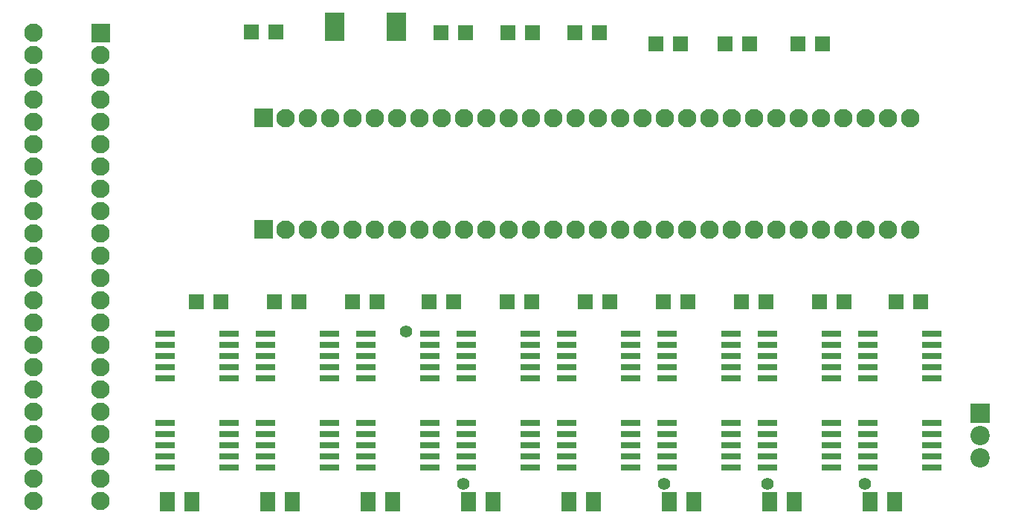
<source format=gbr>
%FSLAX34Y34*%
%MOMM*%
%LNSOLDERMASK_TOP*%
G71*
G01*
%ADD10R,2.200X0.800*%
%ADD11R,1.800X1.800*%
%ADD12R,1.800X2.200*%
%ADD13R,2.180X3.220*%
%ADD14C,2.200*%
%ADD15C,1.400*%
%ADD16C,2.100*%
%LPD*%
X250594Y221456D02*
G54D10*
D03*
X250594Y234156D02*
G54D10*
D03*
X250594Y246856D02*
G54D10*
D03*
X250594Y259556D02*
G54D10*
D03*
X250594Y272256D02*
G54D10*
D03*
X250594Y323056D02*
G54D10*
D03*
X250594Y335756D02*
G54D10*
D03*
X250594Y348456D02*
G54D10*
D03*
X250594Y361156D02*
G54D10*
D03*
X250594Y373856D02*
G54D10*
D03*
X178594Y373856D02*
G54D10*
D03*
X178594Y361156D02*
G54D10*
D03*
X178594Y348456D02*
G54D10*
D03*
X178594Y335756D02*
G54D10*
D03*
X178594Y323056D02*
G54D10*
D03*
X178594Y272256D02*
G54D10*
D03*
X178594Y259556D02*
G54D10*
D03*
X178594Y246856D02*
G54D10*
D03*
X178594Y234156D02*
G54D10*
D03*
X178594Y221456D02*
G54D10*
D03*
X364894Y221456D02*
G54D10*
D03*
X364894Y234156D02*
G54D10*
D03*
X364894Y246856D02*
G54D10*
D03*
X364894Y259556D02*
G54D10*
D03*
X364894Y272256D02*
G54D10*
D03*
X364894Y323056D02*
G54D10*
D03*
X364894Y335756D02*
G54D10*
D03*
X364894Y348456D02*
G54D10*
D03*
X364894Y361156D02*
G54D10*
D03*
X364894Y373856D02*
G54D10*
D03*
X292894Y373856D02*
G54D10*
D03*
X292894Y361156D02*
G54D10*
D03*
X292894Y348456D02*
G54D10*
D03*
X292894Y335756D02*
G54D10*
D03*
X292894Y323056D02*
G54D10*
D03*
X292894Y272256D02*
G54D10*
D03*
X292894Y259556D02*
G54D10*
D03*
X292894Y246856D02*
G54D10*
D03*
X292894Y234156D02*
G54D10*
D03*
X292894Y221456D02*
G54D10*
D03*
X479194Y221456D02*
G54D10*
D03*
X479194Y234156D02*
G54D10*
D03*
X479194Y246856D02*
G54D10*
D03*
X479194Y259556D02*
G54D10*
D03*
X479194Y272256D02*
G54D10*
D03*
X479194Y323056D02*
G54D10*
D03*
X479194Y335756D02*
G54D10*
D03*
X479194Y348456D02*
G54D10*
D03*
X479194Y361156D02*
G54D10*
D03*
X479194Y373856D02*
G54D10*
D03*
X407194Y373856D02*
G54D10*
D03*
X407194Y361156D02*
G54D10*
D03*
X407194Y348456D02*
G54D10*
D03*
X407194Y335756D02*
G54D10*
D03*
X407194Y323056D02*
G54D10*
D03*
X407194Y272256D02*
G54D10*
D03*
X407194Y259556D02*
G54D10*
D03*
X407194Y246856D02*
G54D10*
D03*
X407194Y234156D02*
G54D10*
D03*
X407194Y221456D02*
G54D10*
D03*
X593494Y221456D02*
G54D10*
D03*
X593494Y234156D02*
G54D10*
D03*
X593494Y246856D02*
G54D10*
D03*
X593494Y259556D02*
G54D10*
D03*
X593494Y272256D02*
G54D10*
D03*
X593494Y323056D02*
G54D10*
D03*
X593494Y335756D02*
G54D10*
D03*
X593494Y348456D02*
G54D10*
D03*
X593494Y361156D02*
G54D10*
D03*
X593494Y373856D02*
G54D10*
D03*
X521494Y373856D02*
G54D10*
D03*
X521494Y361156D02*
G54D10*
D03*
X521494Y348456D02*
G54D10*
D03*
X521494Y335756D02*
G54D10*
D03*
X521494Y323056D02*
G54D10*
D03*
X521494Y272256D02*
G54D10*
D03*
X521494Y259556D02*
G54D10*
D03*
X521494Y246856D02*
G54D10*
D03*
X521494Y234156D02*
G54D10*
D03*
X521494Y221456D02*
G54D10*
D03*
X707794Y221456D02*
G54D10*
D03*
X707794Y234156D02*
G54D10*
D03*
X707794Y246856D02*
G54D10*
D03*
X707794Y259556D02*
G54D10*
D03*
X707794Y272256D02*
G54D10*
D03*
X707794Y323056D02*
G54D10*
D03*
X707794Y335756D02*
G54D10*
D03*
X707794Y348456D02*
G54D10*
D03*
X707794Y361156D02*
G54D10*
D03*
X707794Y373856D02*
G54D10*
D03*
X635794Y373856D02*
G54D10*
D03*
X635794Y361156D02*
G54D10*
D03*
X635794Y348456D02*
G54D10*
D03*
X635794Y335756D02*
G54D10*
D03*
X635794Y323056D02*
G54D10*
D03*
X635794Y272256D02*
G54D10*
D03*
X635794Y259556D02*
G54D10*
D03*
X635794Y246856D02*
G54D10*
D03*
X635794Y234156D02*
G54D10*
D03*
X635794Y221456D02*
G54D10*
D03*
X822094Y221456D02*
G54D10*
D03*
X822094Y234156D02*
G54D10*
D03*
X822094Y246856D02*
G54D10*
D03*
X822094Y259556D02*
G54D10*
D03*
X822094Y272256D02*
G54D10*
D03*
X822094Y323056D02*
G54D10*
D03*
X822094Y335756D02*
G54D10*
D03*
X822094Y348456D02*
G54D10*
D03*
X822094Y361156D02*
G54D10*
D03*
X822094Y373856D02*
G54D10*
D03*
X750094Y373856D02*
G54D10*
D03*
X750094Y361156D02*
G54D10*
D03*
X750094Y348456D02*
G54D10*
D03*
X750094Y335756D02*
G54D10*
D03*
X750094Y323056D02*
G54D10*
D03*
X750094Y272256D02*
G54D10*
D03*
X750094Y259556D02*
G54D10*
D03*
X750094Y246856D02*
G54D10*
D03*
X750094Y234156D02*
G54D10*
D03*
X750094Y221456D02*
G54D10*
D03*
X936394Y221456D02*
G54D10*
D03*
X936394Y234156D02*
G54D10*
D03*
X936394Y246856D02*
G54D10*
D03*
X936394Y259556D02*
G54D10*
D03*
X936394Y272256D02*
G54D10*
D03*
X936394Y323056D02*
G54D10*
D03*
X936394Y335756D02*
G54D10*
D03*
X936394Y348456D02*
G54D10*
D03*
X936394Y361156D02*
G54D10*
D03*
X936394Y373856D02*
G54D10*
D03*
X864394Y373856D02*
G54D10*
D03*
X864394Y361156D02*
G54D10*
D03*
X864394Y348456D02*
G54D10*
D03*
X864394Y335756D02*
G54D10*
D03*
X864394Y323056D02*
G54D10*
D03*
X864394Y272256D02*
G54D10*
D03*
X864394Y259556D02*
G54D10*
D03*
X864394Y246856D02*
G54D10*
D03*
X864394Y234156D02*
G54D10*
D03*
X864394Y221456D02*
G54D10*
D03*
X1050694Y221456D02*
G54D10*
D03*
X1050694Y234156D02*
G54D10*
D03*
X1050694Y246856D02*
G54D10*
D03*
X1050694Y259556D02*
G54D10*
D03*
X1050694Y272256D02*
G54D10*
D03*
X1050694Y323056D02*
G54D10*
D03*
X1050694Y335756D02*
G54D10*
D03*
X1050694Y348456D02*
G54D10*
D03*
X1050694Y361156D02*
G54D10*
D03*
X1050694Y373856D02*
G54D10*
D03*
X978694Y373856D02*
G54D10*
D03*
X978694Y361156D02*
G54D10*
D03*
X978694Y348456D02*
G54D10*
D03*
X978694Y335756D02*
G54D10*
D03*
X978694Y323056D02*
G54D10*
D03*
X978694Y272256D02*
G54D10*
D03*
X978694Y259556D02*
G54D10*
D03*
X978694Y246856D02*
G54D10*
D03*
X978694Y234156D02*
G54D10*
D03*
X978694Y221456D02*
G54D10*
D03*
X276225Y717550D02*
G54D11*
D03*
X304225Y717550D02*
G54D11*
D03*
X492125Y716756D02*
G54D11*
D03*
X520125Y716756D02*
G54D11*
D03*
X568325Y716756D02*
G54D11*
D03*
X596325Y716756D02*
G54D11*
D03*
X644525Y716756D02*
G54D11*
D03*
X672525Y716756D02*
G54D11*
D03*
X736600Y704056D02*
G54D11*
D03*
X764600Y704056D02*
G54D11*
D03*
X815975Y704056D02*
G54D11*
D03*
X843975Y704056D02*
G54D11*
D03*
X898525Y704056D02*
G54D11*
D03*
X926525Y704056D02*
G54D11*
D03*
X213519Y410369D02*
G54D11*
D03*
X241519Y410369D02*
G54D11*
D03*
X302419Y410369D02*
G54D11*
D03*
X330419Y410369D02*
G54D11*
D03*
X391319Y410369D02*
G54D11*
D03*
X419319Y410369D02*
G54D11*
D03*
X567531Y410369D02*
G54D11*
D03*
X595531Y410369D02*
G54D11*
D03*
X656431Y410369D02*
G54D11*
D03*
X684431Y410369D02*
G54D11*
D03*
X745331Y410369D02*
G54D11*
D03*
X773331Y410369D02*
G54D11*
D03*
X834231Y410369D02*
G54D11*
D03*
X862231Y410369D02*
G54D11*
D03*
X923131Y410369D02*
G54D11*
D03*
X951131Y410369D02*
G54D11*
D03*
X1010444Y410369D02*
G54D11*
D03*
X1038444Y410369D02*
G54D11*
D03*
X478631Y410369D02*
G54D11*
D03*
X506631Y410369D02*
G54D11*
D03*
X180975Y182562D02*
G54D12*
D03*
X208975Y182562D02*
G54D12*
D03*
X295275Y182562D02*
G54D12*
D03*
X323275Y182562D02*
G54D12*
D03*
X409575Y182562D02*
G54D12*
D03*
X437575Y182562D02*
G54D12*
D03*
X523875Y182562D02*
G54D12*
D03*
X551875Y182562D02*
G54D12*
D03*
X638175Y182562D02*
G54D12*
D03*
X666175Y182562D02*
G54D12*
D03*
X752475Y182562D02*
G54D12*
D03*
X780475Y182562D02*
G54D12*
D03*
X866775Y182562D02*
G54D12*
D03*
X894775Y182562D02*
G54D12*
D03*
X981075Y182562D02*
G54D12*
D03*
X1009075Y182562D02*
G54D12*
D03*
X371475Y723900D02*
G54D13*
D03*
X441575Y723900D02*
G54D13*
D03*
G36*
X1095488Y294369D02*
X1117488Y294369D01*
X1117488Y272369D01*
X1095488Y272369D01*
X1095488Y294369D01*
G37*
X1106488Y257969D02*
G54D14*
D03*
X1106488Y232569D02*
G54D14*
D03*
X452438Y376237D02*
G54D15*
D03*
X974725Y203200D02*
G54D15*
D03*
X863600Y203200D02*
G54D15*
D03*
X746125Y203200D02*
G54D15*
D03*
X517525Y203200D02*
G54D15*
D03*
G36*
X279668Y503503D02*
X300668Y503503D01*
X300668Y482503D01*
X279668Y482503D01*
X279668Y503503D01*
G37*
X315568Y493003D02*
G54D16*
D03*
X340968Y493003D02*
G54D16*
D03*
X366368Y493003D02*
G54D16*
D03*
X391768Y493003D02*
G54D16*
D03*
X417168Y493003D02*
G54D16*
D03*
X442568Y493003D02*
G54D16*
D03*
X467968Y493003D02*
G54D16*
D03*
X493368Y493003D02*
G54D16*
D03*
X518768Y493003D02*
G54D16*
D03*
X544168Y493003D02*
G54D16*
D03*
X569568Y493003D02*
G54D16*
D03*
X594968Y493003D02*
G54D16*
D03*
X620368Y493003D02*
G54D16*
D03*
X645768Y493003D02*
G54D16*
D03*
X671168Y493003D02*
G54D16*
D03*
X696568Y493003D02*
G54D16*
D03*
X721968Y493003D02*
G54D16*
D03*
X747368Y493003D02*
G54D16*
D03*
X772768Y493003D02*
G54D16*
D03*
X798168Y493003D02*
G54D16*
D03*
X823568Y493003D02*
G54D16*
D03*
X848968Y493003D02*
G54D16*
D03*
X874368Y493003D02*
G54D16*
D03*
X899768Y493003D02*
G54D16*
D03*
X925168Y493003D02*
G54D16*
D03*
X950568Y493003D02*
G54D16*
D03*
X975968Y493003D02*
G54D16*
D03*
X1001368Y493003D02*
G54D16*
D03*
X1026767Y493003D02*
G54D16*
D03*
G36*
X279668Y630503D02*
X300668Y630503D01*
X300668Y609503D01*
X279668Y609503D01*
X279668Y630503D01*
G37*
X315568Y620003D02*
G54D16*
D03*
X340968Y620003D02*
G54D16*
D03*
X366368Y620003D02*
G54D16*
D03*
X391768Y620003D02*
G54D16*
D03*
X417168Y620003D02*
G54D16*
D03*
X442568Y620003D02*
G54D16*
D03*
X467968Y620003D02*
G54D16*
D03*
X493368Y620003D02*
G54D16*
D03*
X518768Y620003D02*
G54D16*
D03*
X544168Y620003D02*
G54D16*
D03*
X569568Y620003D02*
G54D16*
D03*
X594968Y620003D02*
G54D16*
D03*
X620368Y620003D02*
G54D16*
D03*
X645768Y620003D02*
G54D16*
D03*
X671168Y620003D02*
G54D16*
D03*
X696568Y620003D02*
G54D16*
D03*
X721968Y620003D02*
G54D16*
D03*
X747368Y620003D02*
G54D16*
D03*
X772768Y620003D02*
G54D16*
D03*
X798168Y620003D02*
G54D16*
D03*
X823567Y620003D02*
G54D16*
D03*
X848968Y620003D02*
G54D16*
D03*
X874368Y620003D02*
G54D16*
D03*
X899768Y620003D02*
G54D16*
D03*
X925168Y620003D02*
G54D16*
D03*
X950568Y620003D02*
G54D16*
D03*
X975968Y620003D02*
G54D16*
D03*
X1001368Y620003D02*
G54D16*
D03*
X1026767Y620003D02*
G54D16*
D03*
G36*
X115209Y727256D02*
X115209Y706256D01*
X94209Y706256D01*
X94209Y727256D01*
X115209Y727256D01*
G37*
X28510Y716756D02*
G54D16*
D03*
X104709Y691356D02*
G54D16*
D03*
X28510Y691356D02*
G54D16*
D03*
X104709Y665956D02*
G54D16*
D03*
X28509Y665956D02*
G54D16*
D03*
X104709Y640556D02*
G54D16*
D03*
X28509Y640556D02*
G54D16*
D03*
X104709Y615156D02*
G54D16*
D03*
X28509Y615156D02*
G54D16*
D03*
X104709Y589756D02*
G54D16*
D03*
X28509Y589756D02*
G54D16*
D03*
X104709Y564356D02*
G54D16*
D03*
X28509Y564356D02*
G54D16*
D03*
X104709Y538956D02*
G54D16*
D03*
X28509Y538956D02*
G54D16*
D03*
X104709Y513556D02*
G54D16*
D03*
X28509Y513556D02*
G54D16*
D03*
X104709Y488156D02*
G54D16*
D03*
X28509Y488156D02*
G54D16*
D03*
X104709Y462756D02*
G54D16*
D03*
X28509Y462756D02*
G54D16*
D03*
X104709Y437356D02*
G54D16*
D03*
X28509Y437356D02*
G54D16*
D03*
X104709Y411956D02*
G54D16*
D03*
X28509Y411956D02*
G54D16*
D03*
X104709Y386556D02*
G54D16*
D03*
X28509Y386556D02*
G54D16*
D03*
X104709Y361156D02*
G54D16*
D03*
X28509Y361156D02*
G54D16*
D03*
X104709Y335756D02*
G54D16*
D03*
X28509Y335756D02*
G54D16*
D03*
X104709Y310356D02*
G54D16*
D03*
X28509Y310356D02*
G54D16*
D03*
X104709Y284956D02*
G54D16*
D03*
X28509Y284956D02*
G54D16*
D03*
X104709Y259556D02*
G54D16*
D03*
X28509Y259556D02*
G54D16*
D03*
X104709Y234156D02*
G54D16*
D03*
X28509Y234156D02*
G54D16*
D03*
X104709Y208755D02*
G54D16*
D03*
X28510Y208755D02*
G54D16*
D03*
X104709Y183356D02*
G54D16*
D03*
X28510Y183356D02*
G54D16*
D03*
M02*

</source>
